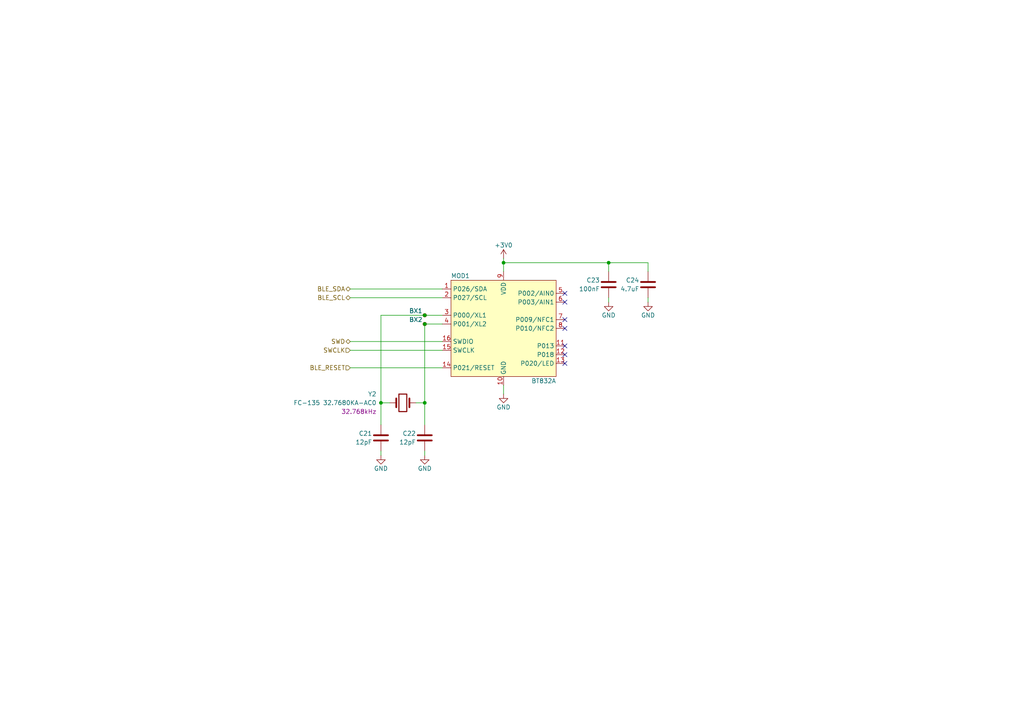
<source format=kicad_sch>
(kicad_sch (version 20230121) (generator eeschema)
  (paper "A4")
  (title_block (title "gkos pebble") (date "2024-03-25") (rev "1") (company "minteyay") (comment 1 "Bluetooth Low Energy module"))
  (lib_symbols
    (symbol "Connector:TestPoint_Small" (pin_numbers hide) (pin_names (offset 0.762) hide)
      (property "Reference" "TP" (at 0 3.81 0))
      (property "Value" "TestPoint_Small" (at 0 2.032 0))
      (symbol "TestPoint_Small_0_1"
        (circle (center 0 0) (radius 0.508))
      )
      (symbol "TestPoint_Small_1_1"
        (pin passive line (at 0 0 90) (length 0) (name "1") (number "1"))
      )
    )
    (symbol "Device:C" (pin_numbers hide) (pin_names (offset 0.254))
      (property "Reference" "C" (at 0.635 2.54 0))
      (property "Value" "C" (at 0.635 -2.54 0))
      (symbol "C_0_1"
        (polyline (pts (xy -2.032 -0.762) (xy 2.032 -0.762)) (stroke (width 0.508)))
        (polyline (pts (xy -2.032 0.762) (xy 2.032 0.762)) (stroke (width 0.508)))
      )
      (symbol "C_1_1"
        (pin passive line (at 0 3.81 270) (length 2.794) (name "~") (number "1"))
        (pin passive line (at 0 -3.81 90) (length 2.794) (name "~") (number "2"))
      )
    )
    (symbol "Device:Crystal" (pin_numbers hide) (pin_names (offset 1.016) hide)
      (property "Reference" "Y" (at 0 3.81 0))
      (property "Value" "Crystal" (at 0 -3.81 0))
      (symbol "Crystal_0_1"
        (rectangle (start -1.143 2.54) (end 1.143 -2.54) (stroke (width 0.3048)))
        (polyline (pts (xy -2.54 0) (xy -1.905 0)))
        (polyline (pts (xy -1.905 -1.27) (xy -1.905 1.27)) (stroke (width 0.508)))
        (polyline (pts (xy 1.905 -1.27) (xy 1.905 1.27)) (stroke (width 0.508)))
        (polyline (pts (xy 2.54 0) (xy 1.905 0)))
      )
      (symbol "Crystal_1_1"
        (pin passive line (at -3.81 0 0) (length 1.27) (name "1") (number "1"))
        (pin passive line (at 3.81 0 180) (length 1.27) (name "2") (number "2"))
      )
    )
    (symbol "power:+3V0" (power) (pin_names (offset 0))
      (property "Value" "+3V0" (at 0 3.556 0))
      (symbol "+3V0_0_1"
        (polyline (pts (xy -0.762 1.27) (xy 0 2.54)))
        (polyline (pts (xy 0 0) (xy 0 2.54)))
        (polyline (pts (xy 0 2.54) (xy 0.762 1.27)))
      )
      (symbol "+3V0_1_1"
        (pin power_in line (at 0 0 90) (length 0) hide (name "+3V0") (number "1"))
      )
    )
    (symbol "power:GND" (power) (pin_names (offset 0))
      (property "Value" "GND" (at 0 -3.81 0))
      (symbol "GND_0_1"
        (polyline (pts (xy 0 0) (xy 0 -1.27) (xy 1.27 -1.27) (xy 0 -2.54) (xy -1.27 -1.27) (xy 0 -1.27)))
      )
      (symbol "GND_1_1"
        (pin power_in line (at 0 0 270) (length 0) hide (name "GND") (number "1"))
      )
    )
    (symbol "user:BT832A"
      (property "Reference" "MOD" (at -12.7 15.24 0))
      (property "Value" "BT832A" (at 11.43 -15.24 0))
      (symbol "BT832A_1_1"
        (rectangle (start -15.24 13.97) (end 15.24 -13.97) (fill (type background)))
        (pin bidirectional line (at -17.78 11.43 0) (length 2.54) (name "P026/SDA") (number "1"))
        (pin power_in line (at 0 -16.51 90) (length 2.54) (name "GND") (number "10"))
        (pin bidirectional line (at 17.78 -5.08 180) (length 2.54) (name "P013") (number "11"))
        (pin bidirectional line (at 17.78 -7.62 180) (length 2.54) (name "P018") (number "12"))
        (pin bidirectional line (at 17.78 -10.16 180) (length 2.54) (name "P020/LED") (number "13"))
        (pin bidirectional line (at -17.78 -11.43 0) (length 2.54) (name "P021/RESET") (number "14"))
        (pin input line (at -17.78 -6.35 0) (length 2.54) (name "SWCLK") (number "15"))
        (pin bidirectional line (at -17.78 -3.81 0) (length 2.54) (name "SWDIO") (number "16"))
        (pin bidirectional line (at -17.78 8.89 0) (length 2.54) (name "P027/SCL") (number "2"))
        (pin bidirectional line (at -17.78 3.81 0) (length 2.54) (name "P000/XL1") (number "3"))
        (pin bidirectional line (at -17.78 1.27 0) (length 2.54) (name "P001/XL2") (number "4"))
        (pin input line (at 17.78 10.16 180) (length 2.54) (name "P002/AIN0") (number "5"))
        (pin input line (at 17.78 7.62 180) (length 2.54) (name "P003/AIN1") (number "6"))
        (pin bidirectional line (at 17.78 2.54 180) (length 2.54) (name "P009/NFC1") (number "7"))
        (pin bidirectional line (at 17.78 0 180) (length 2.54) (name "P010/NFC2") (number "8"))
        (pin power_in line (at 0 16.51 270) (length 2.54) (name "VDD") (number "9"))
      )
    )
  )
  (junction (at 146.05 76.2))
  (junction (at 123.19 93.98))
  (junction (at 110.49 116.84))
  (junction (at 123.19 116.84))
  (junction (at 176.53 76.2))
  (junction (at 123.19 91.44))
  (no_connect (at 163.83 85.09))
  (no_connect (at 163.83 87.63))
  (no_connect (at 163.83 105.41))
  (no_connect (at 163.83 100.33))
  (no_connect (at 163.83 102.87))
  (no_connect (at 163.83 92.71))
  (no_connect (at 163.83 95.25))
  (wire (pts (xy 187.96 78.74) (xy 187.96 76.2)))
  (wire (pts (xy 146.05 76.2) (xy 146.05 78.74)))
  (wire (pts (xy 123.19 93.98) (xy 123.19 116.84)))
  (wire (pts (xy 110.49 130.81) (xy 110.49 132.08)))
  (wire (pts (xy 101.6 99.06) (xy 128.27 99.06)))
  (wire (pts (xy 101.6 106.68) (xy 128.27 106.68)))
  (wire (pts (xy 176.53 78.74) (xy 176.53 76.2)))
  (wire (pts (xy 146.05 111.76) (xy 146.05 114.3)))
  (wire (pts (xy 101.6 101.6) (xy 128.27 101.6)))
  (wire (pts (xy 128.27 93.98) (xy 123.19 93.98)))
  (wire (pts (xy 110.49 123.19) (xy 110.49 116.84)))
  (wire (pts (xy 146.05 74.93) (xy 146.05 76.2)))
  (wire (pts (xy 187.96 76.2) (xy 176.53 76.2)))
  (wire (pts (xy 187.96 86.36) (xy 187.96 87.63)))
  (wire (pts (xy 101.6 86.36) (xy 128.27 86.36)))
  (wire (pts (xy 123.19 130.81) (xy 123.19 132.08)))
  (wire (pts (xy 110.49 116.84) (xy 113.03 116.84)))
  (wire (pts (xy 110.49 91.44) (xy 123.19 91.44)))
  (wire (pts (xy 101.6 83.82) (xy 128.27 83.82)))
  (wire (pts (xy 146.05 76.2) (xy 176.53 76.2)))
  (wire (pts (xy 120.65 116.84) (xy 123.19 116.84)))
  (wire (pts (xy 123.19 91.44) (xy 128.27 91.44)))
  (wire (pts (xy 123.19 116.84) (xy 123.19 123.19)))
  (wire (pts (xy 176.53 86.36) (xy 176.53 87.63)))
  (wire (pts (xy 110.49 91.44) (xy 110.49 116.84)))
  (hierarchical_label "BLE_SDA" (shape bidirectional) (at 101.6 83.82 180))
  (hierarchical_label "SWD" (shape bidirectional) (at 101.6 99.06 180))
  (hierarchical_label "SWCLK" (shape input) (at 101.6 101.6 180))
  (hierarchical_label "BLE_SCL" (shape bidirectional) (at 101.6 86.36 180))
  (hierarchical_label "BLE_RESET" (shape input) (at 101.6 106.68 180))
  (symbol (lib_id "Device:Crystal") (at 116.84 116.84 180) (unit 1)
    (property "Reference" "Y2" (at 109.22 114.3 0) (effects (justify left)))
    (property "Value" "FC-135 32.7680KA-AC0" (at 109.22 116.84 0) (effects (justify left)))
    (property "Footprint" "Crystal:Crystal_SMD_3215-2Pin_3.2x1.5mm" (effects hide))
    (property "Frequency" "32.768kHz" (at 109.22 119.38 0) (effects (justify left)))
  )
  (symbol (lib_id "power:+3V0") (at 146.05 74.93 0) (unit 1)
    (property "Reference" "#PWR034" (effects hide))
    (property "Value" "+3V0" (at 146.05 71.12 0))
  )
  (symbol (lib_id "Connector:TestPoint_Small") (at 123.19 91.44 0) (mirror y) (unit 1)
    (property "Reference" "TP49" (effects hide))
    (property "Value" "BX1" (at 122.555 90.17 0) (effects (justify left)))
    (property "Footprint" "TestPoint:TestPoint_Pad_D2.0mm" (effects hide))
  )
  (symbol (lib_id "Device:C") (at 110.49 127 0) (mirror x) (unit 1)
    (property "Reference" "C21" (at 107.95 125.73 0) (effects (justify right)))
    (property "Value" "12pF" (at 107.95 128.27 0) (effects (justify right)))
    (property "Footprint" "Capacitor_SMD:C_0805_2012Metric" (effects hide))
  )
  (symbol (lib_id "Device:C") (at 187.96 82.55 0) (unit 1)
    (property "Reference" "C24" (at 185.42 81.28 0) (effects (justify right)))
    (property "Value" "4.7uF" (at 185.42 83.82 0) (effects (justify right)))
    (property "Footprint" "Capacitor_SMD:C_0805_2012Metric" (effects hide))
  )
  (symbol (lib_id "Device:C") (at 123.19 127 0) (mirror x) (unit 1)
    (property "Reference" "C22" (at 120.65 125.73 0) (effects (justify right)))
    (property "Value" "12pF" (at 120.65 128.27 0) (effects (justify right)))
    (property "Footprint" "Capacitor_SMD:C_0805_2012Metric" (effects hide))
  )
  (symbol (lib_id "power:GND") (at 187.96 87.63 0) (unit 1)
    (property "Reference" "#PWR037" (effects hide))
    (property "Value" "GND" (at 187.96 91.44 0))
  )
  (symbol (lib_id "power:GND") (at 146.05 114.3 0) (unit 1)
    (property "Reference" "#PWR035" (effects hide))
    (property "Value" "GND" (at 146.05 118.11 0))
  )
  (symbol (lib_id "power:GND") (at 176.53 87.63 0) (mirror y) (unit 1)
    (property "Reference" "#PWR036" (effects hide))
    (property "Value" "GND" (at 176.53 91.44 0))
  )
  (symbol (lib_id "power:GND") (at 123.19 132.08 0) (unit 1)
    (property "Reference" "#PWR033" (effects hide))
    (property "Value" "GND" (at 123.19 135.89 0))
  )
  (symbol (lib_id "Device:C") (at 176.53 82.55 0) (unit 1)
    (property "Reference" "C23" (at 173.99 81.28 0) (effects (justify right)))
    (property "Value" "100nF" (at 173.99 83.82 0) (effects (justify right)))
    (property "Footprint" "Capacitor_SMD:C_0805_2012Metric" (effects hide))
  )
  (symbol (lib_id "Connector:TestPoint_Small") (at 123.19 93.98 0) (mirror y) (unit 1)
    (property "Reference" "TP50" (effects hide))
    (property "Value" "BX2" (at 122.555 92.71 0) (effects (justify left)))
    (property "Footprint" "TestPoint:TestPoint_Pad_D2.0mm" (effects hide))
  )
  (symbol (lib_id "power:GND") (at 110.49 132.08 0) (unit 1)
    (property "Reference" "#PWR032" (effects hide))
    (property "Value" "GND" (at 110.49 135.89 0))
  )
  (symbol (lib_id "user:BT832A") (at 146.05 95.25 0) (unit 1)
    (property "Reference" "MOD1" (at 130.81 80.01 0) (effects (justify left)))
    (property "Value" "BT832A" (at 161.29 110.49 0) (effects (justify right)))
    (property "Footprint" "footprints:BT832A" (effects hide))
  )
)
</source>
